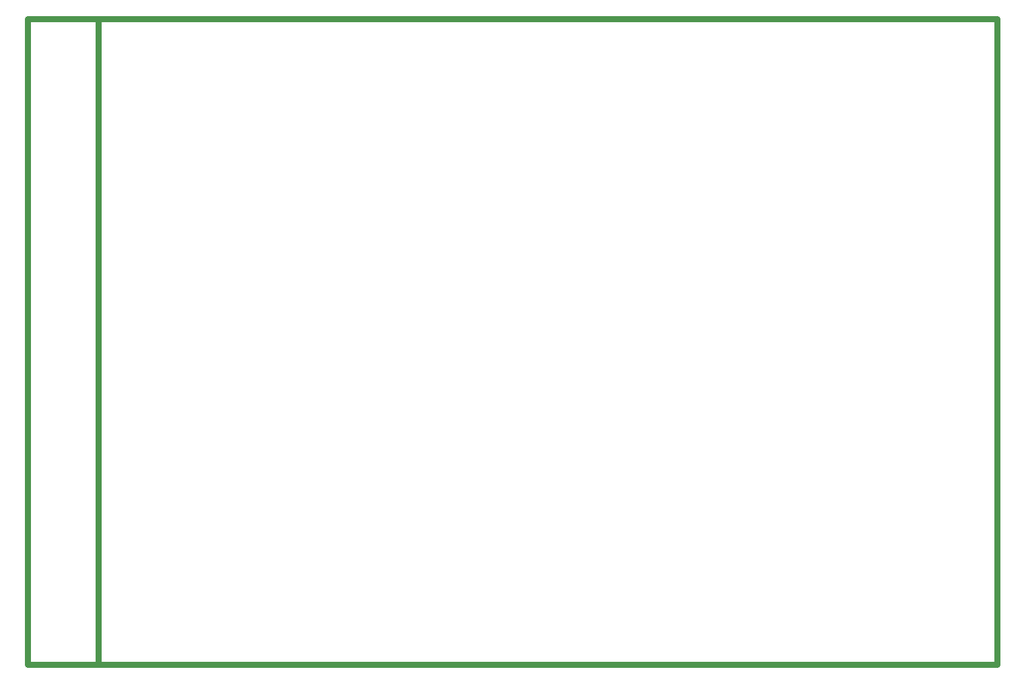
<source format=gko>
G04 Layer_Color=16711935*
%FSLAX25Y25*%
%MOIN*%
G70*
G01*
G75*
%ADD73C,0.03000*%
D73*
X66500Y99500D02*
Y419500D01*
X546500D01*
X66500Y99500D02*
X546500D01*
Y419500D01*
X101500Y100000D02*
Y419500D01*
M02*

</source>
